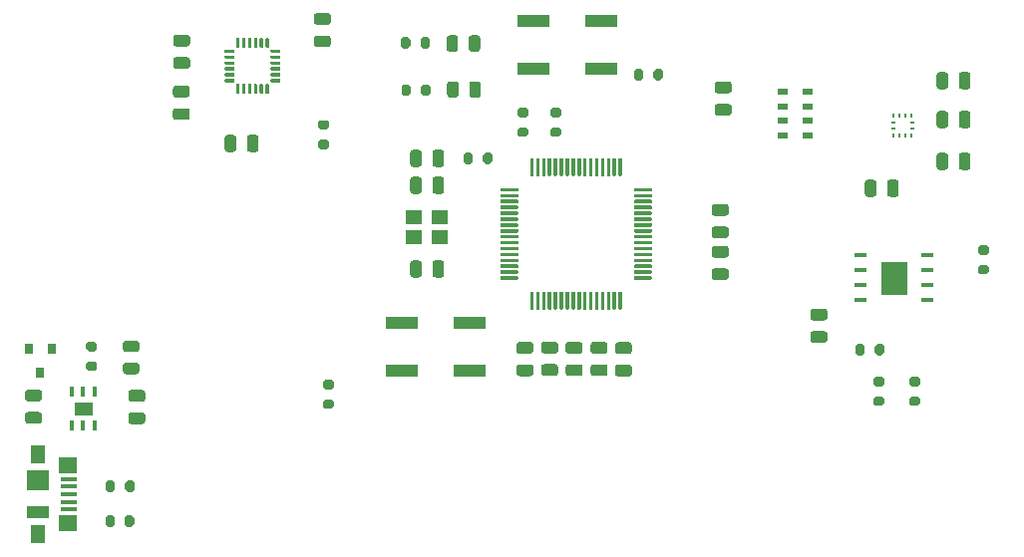
<source format=gbr>
%TF.GenerationSoftware,KiCad,Pcbnew,(5.1.9)-1*%
%TF.CreationDate,2021-03-21T01:20:58-03:00*%
%TF.ProjectId,harpiafc,68617270-6961-4666-932e-6b696361645f,rev?*%
%TF.SameCoordinates,Original*%
%TF.FileFunction,Paste,Top*%
%TF.FilePolarity,Positive*%
%FSLAX46Y46*%
G04 Gerber Fmt 4.6, Leading zero omitted, Abs format (unit mm)*
G04 Created by KiCad (PCBNEW (5.1.9)-1) date 2021-03-21 01:20:58*
%MOMM*%
%LPD*%
G01*
G04 APERTURE LIST*
%ADD10C,0.010000*%
%ADD11R,0.800000X0.900000*%
%ADD12R,1.380000X0.450000*%
%ADD13R,1.550000X1.425000*%
%ADD14R,1.300000X1.650000*%
%ADD15R,1.900000X1.800000*%
%ADD16R,1.900000X1.000000*%
%ADD17R,2.750000X1.000000*%
%ADD18R,0.400000X0.860000*%
%ADD19R,1.040000X0.440000*%
%ADD20R,0.950000X0.550000*%
%ADD21R,0.279400X0.304800*%
%ADD22R,0.304800X0.279400*%
%ADD23R,1.400000X1.200000*%
G04 APERTURE END LIST*
D10*
%TO.C,U1*%
G36*
X29230000Y-98460000D02*
G01*
X29230000Y-97440000D01*
X30730000Y-97440000D01*
X30730000Y-98460000D01*
X29230000Y-98460000D01*
G37*
X29230000Y-98460000D02*
X29230000Y-97440000D01*
X30730000Y-97440000D01*
X30730000Y-98460000D01*
X29230000Y-98460000D01*
%TO.C,U4*%
G36*
X97726000Y-85508000D02*
G01*
X99886000Y-85508000D01*
X99886000Y-88228000D01*
X97726000Y-88228000D01*
X97726000Y-85508000D01*
G37*
X97726000Y-85508000D02*
X99886000Y-85508000D01*
X99886000Y-88228000D01*
X97726000Y-88228000D01*
X97726000Y-85508000D01*
%TD*%
%TO.C,C1*%
G36*
G01*
X34055000Y-98290000D02*
X35005000Y-98290000D01*
G75*
G02*
X35255000Y-98540000I0J-250000D01*
G01*
X35255000Y-99040000D01*
G75*
G02*
X35005000Y-99290000I-250000J0D01*
G01*
X34055000Y-99290000D01*
G75*
G02*
X33805000Y-99040000I0J250000D01*
G01*
X33805000Y-98540000D01*
G75*
G02*
X34055000Y-98290000I250000J0D01*
G01*
G37*
G36*
G01*
X34055000Y-96390000D02*
X35005000Y-96390000D01*
G75*
G02*
X35255000Y-96640000I0J-250000D01*
G01*
X35255000Y-97140000D01*
G75*
G02*
X35005000Y-97390000I-250000J0D01*
G01*
X34055000Y-97390000D01*
G75*
G02*
X33805000Y-97140000I0J250000D01*
G01*
X33805000Y-96640000D01*
G75*
G02*
X34055000Y-96390000I250000J0D01*
G01*
G37*
%TD*%
%TO.C,C2*%
G36*
G01*
X25285000Y-96350000D02*
X26235000Y-96350000D01*
G75*
G02*
X26485000Y-96600000I0J-250000D01*
G01*
X26485000Y-97100000D01*
G75*
G02*
X26235000Y-97350000I-250000J0D01*
G01*
X25285000Y-97350000D01*
G75*
G02*
X25035000Y-97100000I0J250000D01*
G01*
X25035000Y-96600000D01*
G75*
G02*
X25285000Y-96350000I250000J0D01*
G01*
G37*
G36*
G01*
X25285000Y-98250000D02*
X26235000Y-98250000D01*
G75*
G02*
X26485000Y-98500000I0J-250000D01*
G01*
X26485000Y-99000000D01*
G75*
G02*
X26235000Y-99250000I-250000J0D01*
G01*
X25285000Y-99250000D01*
G75*
G02*
X25035000Y-99000000I0J250000D01*
G01*
X25035000Y-98500000D01*
G75*
G02*
X25285000Y-98250000I250000J0D01*
G01*
G37*
%TD*%
%TO.C,C3*%
G36*
G01*
X67965000Y-93312000D02*
X67015000Y-93312000D01*
G75*
G02*
X66765000Y-93062000I0J250000D01*
G01*
X66765000Y-92562000D01*
G75*
G02*
X67015000Y-92312000I250000J0D01*
G01*
X67965000Y-92312000D01*
G75*
G02*
X68215000Y-92562000I0J-250000D01*
G01*
X68215000Y-93062000D01*
G75*
G02*
X67965000Y-93312000I-250000J0D01*
G01*
G37*
G36*
G01*
X67965000Y-95212000D02*
X67015000Y-95212000D01*
G75*
G02*
X66765000Y-94962000I0J250000D01*
G01*
X66765000Y-94462000D01*
G75*
G02*
X67015000Y-94212000I250000J0D01*
G01*
X67965000Y-94212000D01*
G75*
G02*
X68215000Y-94462000I0J-250000D01*
G01*
X68215000Y-94962000D01*
G75*
G02*
X67965000Y-95212000I-250000J0D01*
G01*
G37*
%TD*%
%TO.C,C4*%
G36*
G01*
X70065000Y-95192000D02*
X69115000Y-95192000D01*
G75*
G02*
X68865000Y-94942000I0J250000D01*
G01*
X68865000Y-94442000D01*
G75*
G02*
X69115000Y-94192000I250000J0D01*
G01*
X70065000Y-94192000D01*
G75*
G02*
X70315000Y-94442000I0J-250000D01*
G01*
X70315000Y-94942000D01*
G75*
G02*
X70065000Y-95192000I-250000J0D01*
G01*
G37*
G36*
G01*
X70065000Y-93292000D02*
X69115000Y-93292000D01*
G75*
G02*
X68865000Y-93042000I0J250000D01*
G01*
X68865000Y-92542000D01*
G75*
G02*
X69115000Y-92292000I250000J0D01*
G01*
X70065000Y-92292000D01*
G75*
G02*
X70315000Y-92542000I0J-250000D01*
G01*
X70315000Y-93042000D01*
G75*
G02*
X70065000Y-93292000I-250000J0D01*
G01*
G37*
%TD*%
%TO.C,C5*%
G36*
G01*
X72145000Y-93302000D02*
X71195000Y-93302000D01*
G75*
G02*
X70945000Y-93052000I0J250000D01*
G01*
X70945000Y-92552000D01*
G75*
G02*
X71195000Y-92302000I250000J0D01*
G01*
X72145000Y-92302000D01*
G75*
G02*
X72395000Y-92552000I0J-250000D01*
G01*
X72395000Y-93052000D01*
G75*
G02*
X72145000Y-93302000I-250000J0D01*
G01*
G37*
G36*
G01*
X72145000Y-95202000D02*
X71195000Y-95202000D01*
G75*
G02*
X70945000Y-94952000I0J250000D01*
G01*
X70945000Y-94452000D01*
G75*
G02*
X71195000Y-94202000I250000J0D01*
G01*
X72145000Y-94202000D01*
G75*
G02*
X72395000Y-94452000I0J-250000D01*
G01*
X72395000Y-94952000D01*
G75*
G02*
X72145000Y-95202000I-250000J0D01*
G01*
G37*
%TD*%
%TO.C,C6*%
G36*
G01*
X74265000Y-95202000D02*
X73315000Y-95202000D01*
G75*
G02*
X73065000Y-94952000I0J250000D01*
G01*
X73065000Y-94452000D01*
G75*
G02*
X73315000Y-94202000I250000J0D01*
G01*
X74265000Y-94202000D01*
G75*
G02*
X74515000Y-94452000I0J-250000D01*
G01*
X74515000Y-94952000D01*
G75*
G02*
X74265000Y-95202000I-250000J0D01*
G01*
G37*
G36*
G01*
X74265000Y-93302000D02*
X73315000Y-93302000D01*
G75*
G02*
X73065000Y-93052000I0J250000D01*
G01*
X73065000Y-92552000D01*
G75*
G02*
X73315000Y-92302000I250000J0D01*
G01*
X74265000Y-92302000D01*
G75*
G02*
X74515000Y-92552000I0J-250000D01*
G01*
X74515000Y-93052000D01*
G75*
G02*
X74265000Y-93302000I-250000J0D01*
G01*
G37*
%TD*%
%TO.C,C7*%
G36*
G01*
X76335000Y-95232000D02*
X75385000Y-95232000D01*
G75*
G02*
X75135000Y-94982000I0J250000D01*
G01*
X75135000Y-94482000D01*
G75*
G02*
X75385000Y-94232000I250000J0D01*
G01*
X76335000Y-94232000D01*
G75*
G02*
X76585000Y-94482000I0J-250000D01*
G01*
X76585000Y-94982000D01*
G75*
G02*
X76335000Y-95232000I-250000J0D01*
G01*
G37*
G36*
G01*
X76335000Y-93332000D02*
X75385000Y-93332000D01*
G75*
G02*
X75135000Y-93082000I0J250000D01*
G01*
X75135000Y-92582000D01*
G75*
G02*
X75385000Y-92332000I250000J0D01*
G01*
X76335000Y-92332000D01*
G75*
G02*
X76585000Y-92582000I0J-250000D01*
G01*
X76585000Y-93082000D01*
G75*
G02*
X76335000Y-93332000I-250000J0D01*
G01*
G37*
%TD*%
%TO.C,C8*%
G36*
G01*
X60632000Y-78519000D02*
X60632000Y-79469000D01*
G75*
G02*
X60382000Y-79719000I-250000J0D01*
G01*
X59882000Y-79719000D01*
G75*
G02*
X59632000Y-79469000I0J250000D01*
G01*
X59632000Y-78519000D01*
G75*
G02*
X59882000Y-78269000I250000J0D01*
G01*
X60382000Y-78269000D01*
G75*
G02*
X60632000Y-78519000I0J-250000D01*
G01*
G37*
G36*
G01*
X58732000Y-78519000D02*
X58732000Y-79469000D01*
G75*
G02*
X58482000Y-79719000I-250000J0D01*
G01*
X57982000Y-79719000D01*
G75*
G02*
X57732000Y-79469000I0J250000D01*
G01*
X57732000Y-78519000D01*
G75*
G02*
X57982000Y-78269000I250000J0D01*
G01*
X58482000Y-78269000D01*
G75*
G02*
X58732000Y-78519000I0J-250000D01*
G01*
G37*
%TD*%
%TO.C,C9*%
G36*
G01*
X59632000Y-86581000D02*
X59632000Y-85631000D01*
G75*
G02*
X59882000Y-85381000I250000J0D01*
G01*
X60382000Y-85381000D01*
G75*
G02*
X60632000Y-85631000I0J-250000D01*
G01*
X60632000Y-86581000D01*
G75*
G02*
X60382000Y-86831000I-250000J0D01*
G01*
X59882000Y-86831000D01*
G75*
G02*
X59632000Y-86581000I0J250000D01*
G01*
G37*
G36*
G01*
X57732000Y-86581000D02*
X57732000Y-85631000D01*
G75*
G02*
X57982000Y-85381000I250000J0D01*
G01*
X58482000Y-85381000D01*
G75*
G02*
X58732000Y-85631000I0J-250000D01*
G01*
X58732000Y-86581000D01*
G75*
G02*
X58482000Y-86831000I-250000J0D01*
G01*
X57982000Y-86831000D01*
G75*
G02*
X57732000Y-86581000I0J250000D01*
G01*
G37*
%TD*%
%TO.C,C10*%
G36*
G01*
X38815000Y-69098000D02*
X37865000Y-69098000D01*
G75*
G02*
X37615000Y-68848000I0J250000D01*
G01*
X37615000Y-68348000D01*
G75*
G02*
X37865000Y-68098000I250000J0D01*
G01*
X38815000Y-68098000D01*
G75*
G02*
X39065000Y-68348000I0J-250000D01*
G01*
X39065000Y-68848000D01*
G75*
G02*
X38815000Y-69098000I-250000J0D01*
G01*
G37*
G36*
G01*
X38815000Y-67198000D02*
X37865000Y-67198000D01*
G75*
G02*
X37615000Y-66948000I0J250000D01*
G01*
X37615000Y-66448000D01*
G75*
G02*
X37865000Y-66198000I250000J0D01*
G01*
X38815000Y-66198000D01*
G75*
G02*
X39065000Y-66448000I0J-250000D01*
G01*
X39065000Y-66948000D01*
G75*
G02*
X38815000Y-67198000I-250000J0D01*
G01*
G37*
%TD*%
%TO.C,C11*%
G36*
G01*
X38795000Y-71538000D02*
X37845000Y-71538000D01*
G75*
G02*
X37595000Y-71288000I0J250000D01*
G01*
X37595000Y-70788000D01*
G75*
G02*
X37845000Y-70538000I250000J0D01*
G01*
X38795000Y-70538000D01*
G75*
G02*
X39045000Y-70788000I0J-250000D01*
G01*
X39045000Y-71288000D01*
G75*
G02*
X38795000Y-71538000I-250000J0D01*
G01*
G37*
G36*
G01*
X38795000Y-73438000D02*
X37845000Y-73438000D01*
G75*
G02*
X37595000Y-73188000I0J250000D01*
G01*
X37595000Y-72688000D01*
G75*
G02*
X37845000Y-72438000I250000J0D01*
G01*
X38795000Y-72438000D01*
G75*
G02*
X39045000Y-72688000I0J-250000D01*
G01*
X39045000Y-73188000D01*
G75*
G02*
X38795000Y-73438000I-250000J0D01*
G01*
G37*
%TD*%
%TO.C,C12*%
G36*
G01*
X43884000Y-75913000D02*
X43884000Y-74963000D01*
G75*
G02*
X44134000Y-74713000I250000J0D01*
G01*
X44634000Y-74713000D01*
G75*
G02*
X44884000Y-74963000I0J-250000D01*
G01*
X44884000Y-75913000D01*
G75*
G02*
X44634000Y-76163000I-250000J0D01*
G01*
X44134000Y-76163000D01*
G75*
G02*
X43884000Y-75913000I0J250000D01*
G01*
G37*
G36*
G01*
X41984000Y-75913000D02*
X41984000Y-74963000D01*
G75*
G02*
X42234000Y-74713000I250000J0D01*
G01*
X42734000Y-74713000D01*
G75*
G02*
X42984000Y-74963000I0J-250000D01*
G01*
X42984000Y-75913000D01*
G75*
G02*
X42734000Y-76163000I-250000J0D01*
G01*
X42234000Y-76163000D01*
G75*
G02*
X41984000Y-75913000I0J250000D01*
G01*
G37*
%TD*%
%TO.C,C13*%
G36*
G01*
X49815000Y-66258000D02*
X50765000Y-66258000D01*
G75*
G02*
X51015000Y-66508000I0J-250000D01*
G01*
X51015000Y-67008000D01*
G75*
G02*
X50765000Y-67258000I-250000J0D01*
G01*
X49815000Y-67258000D01*
G75*
G02*
X49565000Y-67008000I0J250000D01*
G01*
X49565000Y-66508000D01*
G75*
G02*
X49815000Y-66258000I250000J0D01*
G01*
G37*
G36*
G01*
X49815000Y-64358000D02*
X50765000Y-64358000D01*
G75*
G02*
X51015000Y-64608000I0J-250000D01*
G01*
X51015000Y-65108000D01*
G75*
G02*
X50765000Y-65358000I-250000J0D01*
G01*
X49815000Y-65358000D01*
G75*
G02*
X49565000Y-65108000I0J250000D01*
G01*
X49565000Y-64608000D01*
G75*
G02*
X49815000Y-64358000I250000J0D01*
G01*
G37*
%TD*%
%TO.C,C16*%
G36*
G01*
X92931000Y-92382000D02*
X91981000Y-92382000D01*
G75*
G02*
X91731000Y-92132000I0J250000D01*
G01*
X91731000Y-91632000D01*
G75*
G02*
X91981000Y-91382000I250000J0D01*
G01*
X92931000Y-91382000D01*
G75*
G02*
X93181000Y-91632000I0J-250000D01*
G01*
X93181000Y-92132000D01*
G75*
G02*
X92931000Y-92382000I-250000J0D01*
G01*
G37*
G36*
G01*
X92931000Y-90482000D02*
X91981000Y-90482000D01*
G75*
G02*
X91731000Y-90232000I0J250000D01*
G01*
X91731000Y-89732000D01*
G75*
G02*
X91981000Y-89482000I250000J0D01*
G01*
X92931000Y-89482000D01*
G75*
G02*
X93181000Y-89732000I0J-250000D01*
G01*
X93181000Y-90232000D01*
G75*
G02*
X92931000Y-90482000I-250000J0D01*
G01*
G37*
%TD*%
%TO.C,C19*%
G36*
G01*
X83853000Y-70178000D02*
X84803000Y-70178000D01*
G75*
G02*
X85053000Y-70428000I0J-250000D01*
G01*
X85053000Y-70928000D01*
G75*
G02*
X84803000Y-71178000I-250000J0D01*
G01*
X83853000Y-71178000D01*
G75*
G02*
X83603000Y-70928000I0J250000D01*
G01*
X83603000Y-70428000D01*
G75*
G02*
X83853000Y-70178000I250000J0D01*
G01*
G37*
G36*
G01*
X83853000Y-72078000D02*
X84803000Y-72078000D01*
G75*
G02*
X85053000Y-72328000I0J-250000D01*
G01*
X85053000Y-72828000D01*
G75*
G02*
X84803000Y-73078000I-250000J0D01*
G01*
X83853000Y-73078000D01*
G75*
G02*
X83603000Y-72828000I0J250000D01*
G01*
X83603000Y-72328000D01*
G75*
G02*
X83853000Y-72078000I250000J0D01*
G01*
G37*
%TD*%
%TO.C,C20*%
G36*
G01*
X60632000Y-76233000D02*
X60632000Y-77183000D01*
G75*
G02*
X60382000Y-77433000I-250000J0D01*
G01*
X59882000Y-77433000D01*
G75*
G02*
X59632000Y-77183000I0J250000D01*
G01*
X59632000Y-76233000D01*
G75*
G02*
X59882000Y-75983000I250000J0D01*
G01*
X60382000Y-75983000D01*
G75*
G02*
X60632000Y-76233000I0J-250000D01*
G01*
G37*
G36*
G01*
X58732000Y-76233000D02*
X58732000Y-77183000D01*
G75*
G02*
X58482000Y-77433000I-250000J0D01*
G01*
X57982000Y-77433000D01*
G75*
G02*
X57732000Y-77183000I0J250000D01*
G01*
X57732000Y-76233000D01*
G75*
G02*
X57982000Y-75983000I250000J0D01*
G01*
X58482000Y-75983000D01*
G75*
G02*
X58732000Y-76233000I0J-250000D01*
G01*
G37*
%TD*%
%TO.C,C21*%
G36*
G01*
X84549000Y-85148000D02*
X83599000Y-85148000D01*
G75*
G02*
X83349000Y-84898000I0J250000D01*
G01*
X83349000Y-84398000D01*
G75*
G02*
X83599000Y-84148000I250000J0D01*
G01*
X84549000Y-84148000D01*
G75*
G02*
X84799000Y-84398000I0J-250000D01*
G01*
X84799000Y-84898000D01*
G75*
G02*
X84549000Y-85148000I-250000J0D01*
G01*
G37*
G36*
G01*
X84549000Y-87048000D02*
X83599000Y-87048000D01*
G75*
G02*
X83349000Y-86798000I0J250000D01*
G01*
X83349000Y-86298000D01*
G75*
G02*
X83599000Y-86048000I250000J0D01*
G01*
X84549000Y-86048000D01*
G75*
G02*
X84799000Y-86298000I0J-250000D01*
G01*
X84799000Y-86798000D01*
G75*
G02*
X84549000Y-87048000I-250000J0D01*
G01*
G37*
%TD*%
%TO.C,C22*%
G36*
G01*
X84549000Y-83492000D02*
X83599000Y-83492000D01*
G75*
G02*
X83349000Y-83242000I0J250000D01*
G01*
X83349000Y-82742000D01*
G75*
G02*
X83599000Y-82492000I250000J0D01*
G01*
X84549000Y-82492000D01*
G75*
G02*
X84799000Y-82742000I0J-250000D01*
G01*
X84799000Y-83242000D01*
G75*
G02*
X84549000Y-83492000I-250000J0D01*
G01*
G37*
G36*
G01*
X84549000Y-81592000D02*
X83599000Y-81592000D01*
G75*
G02*
X83349000Y-81342000I0J250000D01*
G01*
X83349000Y-80842000D01*
G75*
G02*
X83599000Y-80592000I250000J0D01*
G01*
X84549000Y-80592000D01*
G75*
G02*
X84799000Y-80842000I0J-250000D01*
G01*
X84799000Y-81342000D01*
G75*
G02*
X84549000Y-81592000I-250000J0D01*
G01*
G37*
%TD*%
%TO.C,C23*%
G36*
G01*
X98240000Y-79723000D02*
X98240000Y-78773000D01*
G75*
G02*
X98490000Y-78523000I250000J0D01*
G01*
X98990000Y-78523000D01*
G75*
G02*
X99240000Y-78773000I0J-250000D01*
G01*
X99240000Y-79723000D01*
G75*
G02*
X98990000Y-79973000I-250000J0D01*
G01*
X98490000Y-79973000D01*
G75*
G02*
X98240000Y-79723000I0J250000D01*
G01*
G37*
G36*
G01*
X96340000Y-79723000D02*
X96340000Y-78773000D01*
G75*
G02*
X96590000Y-78523000I250000J0D01*
G01*
X97090000Y-78523000D01*
G75*
G02*
X97340000Y-78773000I0J-250000D01*
G01*
X97340000Y-79723000D01*
G75*
G02*
X97090000Y-79973000I-250000J0D01*
G01*
X96590000Y-79973000D01*
G75*
G02*
X96340000Y-79723000I0J250000D01*
G01*
G37*
%TD*%
%TO.C,C24*%
G36*
G01*
X102436000Y-73881000D02*
X102436000Y-72931000D01*
G75*
G02*
X102686000Y-72681000I250000J0D01*
G01*
X103186000Y-72681000D01*
G75*
G02*
X103436000Y-72931000I0J-250000D01*
G01*
X103436000Y-73881000D01*
G75*
G02*
X103186000Y-74131000I-250000J0D01*
G01*
X102686000Y-74131000D01*
G75*
G02*
X102436000Y-73881000I0J250000D01*
G01*
G37*
G36*
G01*
X104336000Y-73881000D02*
X104336000Y-72931000D01*
G75*
G02*
X104586000Y-72681000I250000J0D01*
G01*
X105086000Y-72681000D01*
G75*
G02*
X105336000Y-72931000I0J-250000D01*
G01*
X105336000Y-73881000D01*
G75*
G02*
X105086000Y-74131000I-250000J0D01*
G01*
X104586000Y-74131000D01*
G75*
G02*
X104336000Y-73881000I0J250000D01*
G01*
G37*
%TD*%
%TO.C,C25*%
G36*
G01*
X104336000Y-77437000D02*
X104336000Y-76487000D01*
G75*
G02*
X104586000Y-76237000I250000J0D01*
G01*
X105086000Y-76237000D01*
G75*
G02*
X105336000Y-76487000I0J-250000D01*
G01*
X105336000Y-77437000D01*
G75*
G02*
X105086000Y-77687000I-250000J0D01*
G01*
X104586000Y-77687000D01*
G75*
G02*
X104336000Y-77437000I0J250000D01*
G01*
G37*
G36*
G01*
X102436000Y-77437000D02*
X102436000Y-76487000D01*
G75*
G02*
X102686000Y-76237000I250000J0D01*
G01*
X103186000Y-76237000D01*
G75*
G02*
X103436000Y-76487000I0J-250000D01*
G01*
X103436000Y-77437000D01*
G75*
G02*
X103186000Y-77687000I-250000J0D01*
G01*
X102686000Y-77687000D01*
G75*
G02*
X102436000Y-77437000I0J250000D01*
G01*
G37*
%TD*%
%TO.C,C26*%
G36*
G01*
X104336000Y-70579000D02*
X104336000Y-69629000D01*
G75*
G02*
X104586000Y-69379000I250000J0D01*
G01*
X105086000Y-69379000D01*
G75*
G02*
X105336000Y-69629000I0J-250000D01*
G01*
X105336000Y-70579000D01*
G75*
G02*
X105086000Y-70829000I-250000J0D01*
G01*
X104586000Y-70829000D01*
G75*
G02*
X104336000Y-70579000I0J250000D01*
G01*
G37*
G36*
G01*
X102436000Y-70579000D02*
X102436000Y-69629000D01*
G75*
G02*
X102686000Y-69379000I250000J0D01*
G01*
X103186000Y-69379000D01*
G75*
G02*
X103436000Y-69629000I0J-250000D01*
G01*
X103436000Y-70579000D01*
G75*
G02*
X103186000Y-70829000I-250000J0D01*
G01*
X102686000Y-70829000D01*
G75*
G02*
X102436000Y-70579000I0J250000D01*
G01*
G37*
%TD*%
%TO.C,D1*%
G36*
G01*
X33593750Y-92195000D02*
X34506250Y-92195000D01*
G75*
G02*
X34750000Y-92438750I0J-243750D01*
G01*
X34750000Y-92926250D01*
G75*
G02*
X34506250Y-93170000I-243750J0D01*
G01*
X33593750Y-93170000D01*
G75*
G02*
X33350000Y-92926250I0J243750D01*
G01*
X33350000Y-92438750D01*
G75*
G02*
X33593750Y-92195000I243750J0D01*
G01*
G37*
G36*
G01*
X33593750Y-94070000D02*
X34506250Y-94070000D01*
G75*
G02*
X34750000Y-94313750I0J-243750D01*
G01*
X34750000Y-94801250D01*
G75*
G02*
X34506250Y-95045000I-243750J0D01*
G01*
X33593750Y-95045000D01*
G75*
G02*
X33350000Y-94801250I0J243750D01*
G01*
X33350000Y-94313750D01*
G75*
G02*
X33593750Y-94070000I243750J0D01*
G01*
G37*
%TD*%
D11*
%TO.C,D2*%
X27290000Y-92920000D03*
X25390000Y-92920000D03*
X26340000Y-94920000D03*
%TD*%
%TO.C,D3*%
G36*
G01*
X62718000Y-67408250D02*
X62718000Y-66495750D01*
G75*
G02*
X62961750Y-66252000I243750J0D01*
G01*
X63449250Y-66252000D01*
G75*
G02*
X63693000Y-66495750I0J-243750D01*
G01*
X63693000Y-67408250D01*
G75*
G02*
X63449250Y-67652000I-243750J0D01*
G01*
X62961750Y-67652000D01*
G75*
G02*
X62718000Y-67408250I0J243750D01*
G01*
G37*
G36*
G01*
X60843000Y-67408250D02*
X60843000Y-66495750D01*
G75*
G02*
X61086750Y-66252000I243750J0D01*
G01*
X61574250Y-66252000D01*
G75*
G02*
X61818000Y-66495750I0J-243750D01*
G01*
X61818000Y-67408250D01*
G75*
G02*
X61574250Y-67652000I-243750J0D01*
G01*
X61086750Y-67652000D01*
G75*
G02*
X60843000Y-67408250I0J243750D01*
G01*
G37*
%TD*%
%TO.C,D4*%
G36*
G01*
X63733000Y-70395750D02*
X63733000Y-71308250D01*
G75*
G02*
X63489250Y-71552000I-243750J0D01*
G01*
X63001750Y-71552000D01*
G75*
G02*
X62758000Y-71308250I0J243750D01*
G01*
X62758000Y-70395750D01*
G75*
G02*
X63001750Y-70152000I243750J0D01*
G01*
X63489250Y-70152000D01*
G75*
G02*
X63733000Y-70395750I0J-243750D01*
G01*
G37*
G36*
G01*
X61858000Y-70395750D02*
X61858000Y-71308250D01*
G75*
G02*
X61614250Y-71552000I-243750J0D01*
G01*
X61126750Y-71552000D01*
G75*
G02*
X60883000Y-71308250I0J243750D01*
G01*
X60883000Y-70395750D01*
G75*
G02*
X61126750Y-70152000I243750J0D01*
G01*
X61614250Y-70152000D01*
G75*
G02*
X61858000Y-70395750I0J-243750D01*
G01*
G37*
%TD*%
D12*
%TO.C,J5*%
X28770000Y-103950000D03*
X28770000Y-104600000D03*
X28770000Y-105250000D03*
X28770000Y-105900000D03*
X28770000Y-106550000D03*
D13*
X28685000Y-102762500D03*
X28685000Y-107737500D03*
D14*
X26110000Y-101875000D03*
X26110000Y-108625000D03*
D15*
X26110000Y-104100000D03*
D16*
X26110000Y-106800000D03*
%TD*%
%TO.C,R1*%
G36*
G01*
X30415000Y-92295000D02*
X30965000Y-92295000D01*
G75*
G02*
X31165000Y-92495000I0J-200000D01*
G01*
X31165000Y-92895000D01*
G75*
G02*
X30965000Y-93095000I-200000J0D01*
G01*
X30415000Y-93095000D01*
G75*
G02*
X30215000Y-92895000I0J200000D01*
G01*
X30215000Y-92495000D01*
G75*
G02*
X30415000Y-92295000I200000J0D01*
G01*
G37*
G36*
G01*
X30415000Y-93945000D02*
X30965000Y-93945000D01*
G75*
G02*
X31165000Y-94145000I0J-200000D01*
G01*
X31165000Y-94545000D01*
G75*
G02*
X30965000Y-94745000I-200000J0D01*
G01*
X30415000Y-94745000D01*
G75*
G02*
X30215000Y-94545000I0J200000D01*
G01*
X30215000Y-94145000D01*
G75*
G02*
X30415000Y-93945000I200000J0D01*
G01*
G37*
%TD*%
%TO.C,R2*%
G36*
G01*
X69829000Y-72435000D02*
X70379000Y-72435000D01*
G75*
G02*
X70579000Y-72635000I0J-200000D01*
G01*
X70579000Y-73035000D01*
G75*
G02*
X70379000Y-73235000I-200000J0D01*
G01*
X69829000Y-73235000D01*
G75*
G02*
X69629000Y-73035000I0J200000D01*
G01*
X69629000Y-72635000D01*
G75*
G02*
X69829000Y-72435000I200000J0D01*
G01*
G37*
G36*
G01*
X69829000Y-74085000D02*
X70379000Y-74085000D01*
G75*
G02*
X70579000Y-74285000I0J-200000D01*
G01*
X70579000Y-74685000D01*
G75*
G02*
X70379000Y-74885000I-200000J0D01*
G01*
X69829000Y-74885000D01*
G75*
G02*
X69629000Y-74685000I0J200000D01*
G01*
X69629000Y-74285000D01*
G75*
G02*
X69829000Y-74085000I200000J0D01*
G01*
G37*
%TD*%
%TO.C,R3*%
G36*
G01*
X67035000Y-74085000D02*
X67585000Y-74085000D01*
G75*
G02*
X67785000Y-74285000I0J-200000D01*
G01*
X67785000Y-74685000D01*
G75*
G02*
X67585000Y-74885000I-200000J0D01*
G01*
X67035000Y-74885000D01*
G75*
G02*
X66835000Y-74685000I0J200000D01*
G01*
X66835000Y-74285000D01*
G75*
G02*
X67035000Y-74085000I200000J0D01*
G01*
G37*
G36*
G01*
X67035000Y-72435000D02*
X67585000Y-72435000D01*
G75*
G02*
X67785000Y-72635000I0J-200000D01*
G01*
X67785000Y-73035000D01*
G75*
G02*
X67585000Y-73235000I-200000J0D01*
G01*
X67035000Y-73235000D01*
G75*
G02*
X66835000Y-73035000I0J200000D01*
G01*
X66835000Y-72635000D01*
G75*
G02*
X67035000Y-72435000I200000J0D01*
G01*
G37*
%TD*%
%TO.C,R4*%
G36*
G01*
X50125000Y-73463000D02*
X50675000Y-73463000D01*
G75*
G02*
X50875000Y-73663000I0J-200000D01*
G01*
X50875000Y-74063000D01*
G75*
G02*
X50675000Y-74263000I-200000J0D01*
G01*
X50125000Y-74263000D01*
G75*
G02*
X49925000Y-74063000I0J200000D01*
G01*
X49925000Y-73663000D01*
G75*
G02*
X50125000Y-73463000I200000J0D01*
G01*
G37*
G36*
G01*
X50125000Y-75113000D02*
X50675000Y-75113000D01*
G75*
G02*
X50875000Y-75313000I0J-200000D01*
G01*
X50875000Y-75713000D01*
G75*
G02*
X50675000Y-75913000I-200000J0D01*
G01*
X50125000Y-75913000D01*
G75*
G02*
X49925000Y-75713000I0J200000D01*
G01*
X49925000Y-75313000D01*
G75*
G02*
X50125000Y-75113000I200000J0D01*
G01*
G37*
%TD*%
%TO.C,R5*%
G36*
G01*
X77553000Y-69321000D02*
X77553000Y-69871000D01*
G75*
G02*
X77353000Y-70071000I-200000J0D01*
G01*
X76953000Y-70071000D01*
G75*
G02*
X76753000Y-69871000I0J200000D01*
G01*
X76753000Y-69321000D01*
G75*
G02*
X76953000Y-69121000I200000J0D01*
G01*
X77353000Y-69121000D01*
G75*
G02*
X77553000Y-69321000I0J-200000D01*
G01*
G37*
G36*
G01*
X79203000Y-69321000D02*
X79203000Y-69871000D01*
G75*
G02*
X79003000Y-70071000I-200000J0D01*
G01*
X78603000Y-70071000D01*
G75*
G02*
X78403000Y-69871000I0J200000D01*
G01*
X78403000Y-69321000D01*
G75*
G02*
X78603000Y-69121000I200000J0D01*
G01*
X79003000Y-69121000D01*
G75*
G02*
X79203000Y-69321000I0J-200000D01*
G01*
G37*
%TD*%
%TO.C,R6*%
G36*
G01*
X33515000Y-107805000D02*
X33515000Y-107255000D01*
G75*
G02*
X33715000Y-107055000I200000J0D01*
G01*
X34115000Y-107055000D01*
G75*
G02*
X34315000Y-107255000I0J-200000D01*
G01*
X34315000Y-107805000D01*
G75*
G02*
X34115000Y-108005000I-200000J0D01*
G01*
X33715000Y-108005000D01*
G75*
G02*
X33515000Y-107805000I0J200000D01*
G01*
G37*
G36*
G01*
X31865000Y-107805000D02*
X31865000Y-107255000D01*
G75*
G02*
X32065000Y-107055000I200000J0D01*
G01*
X32465000Y-107055000D01*
G75*
G02*
X32665000Y-107255000I0J-200000D01*
G01*
X32665000Y-107805000D01*
G75*
G02*
X32465000Y-108005000I-200000J0D01*
G01*
X32065000Y-108005000D01*
G75*
G02*
X31865000Y-107805000I0J200000D01*
G01*
G37*
%TD*%
%TO.C,R7*%
G36*
G01*
X31885000Y-104845000D02*
X31885000Y-104295000D01*
G75*
G02*
X32085000Y-104095000I200000J0D01*
G01*
X32485000Y-104095000D01*
G75*
G02*
X32685000Y-104295000I0J-200000D01*
G01*
X32685000Y-104845000D01*
G75*
G02*
X32485000Y-105045000I-200000J0D01*
G01*
X32085000Y-105045000D01*
G75*
G02*
X31885000Y-104845000I0J200000D01*
G01*
G37*
G36*
G01*
X33535000Y-104845000D02*
X33535000Y-104295000D01*
G75*
G02*
X33735000Y-104095000I200000J0D01*
G01*
X34135000Y-104095000D01*
G75*
G02*
X34335000Y-104295000I0J-200000D01*
G01*
X34335000Y-104845000D01*
G75*
G02*
X34135000Y-105045000I-200000J0D01*
G01*
X33735000Y-105045000D01*
G75*
G02*
X33535000Y-104845000I0J200000D01*
G01*
G37*
%TD*%
%TO.C,R8*%
G36*
G01*
X106701000Y-86569000D02*
X106151000Y-86569000D01*
G75*
G02*
X105951000Y-86369000I0J200000D01*
G01*
X105951000Y-85969000D01*
G75*
G02*
X106151000Y-85769000I200000J0D01*
G01*
X106701000Y-85769000D01*
G75*
G02*
X106901000Y-85969000I0J-200000D01*
G01*
X106901000Y-86369000D01*
G75*
G02*
X106701000Y-86569000I-200000J0D01*
G01*
G37*
G36*
G01*
X106701000Y-84919000D02*
X106151000Y-84919000D01*
G75*
G02*
X105951000Y-84719000I0J200000D01*
G01*
X105951000Y-84319000D01*
G75*
G02*
X106151000Y-84119000I200000J0D01*
G01*
X106701000Y-84119000D01*
G75*
G02*
X106901000Y-84319000I0J-200000D01*
G01*
X106901000Y-84719000D01*
G75*
G02*
X106701000Y-84919000I-200000J0D01*
G01*
G37*
%TD*%
%TO.C,R9*%
G36*
G01*
X96349000Y-92689000D02*
X96349000Y-93239000D01*
G75*
G02*
X96149000Y-93439000I-200000J0D01*
G01*
X95749000Y-93439000D01*
G75*
G02*
X95549000Y-93239000I0J200000D01*
G01*
X95549000Y-92689000D01*
G75*
G02*
X95749000Y-92489000I200000J0D01*
G01*
X96149000Y-92489000D01*
G75*
G02*
X96349000Y-92689000I0J-200000D01*
G01*
G37*
G36*
G01*
X97999000Y-92689000D02*
X97999000Y-93239000D01*
G75*
G02*
X97799000Y-93439000I-200000J0D01*
G01*
X97399000Y-93439000D01*
G75*
G02*
X97199000Y-93239000I0J200000D01*
G01*
X97199000Y-92689000D01*
G75*
G02*
X97399000Y-92489000I200000J0D01*
G01*
X97799000Y-92489000D01*
G75*
G02*
X97999000Y-92689000I0J-200000D01*
G01*
G37*
%TD*%
%TO.C,R10*%
G36*
G01*
X62275000Y-76983000D02*
X62275000Y-76433000D01*
G75*
G02*
X62475000Y-76233000I200000J0D01*
G01*
X62875000Y-76233000D01*
G75*
G02*
X63075000Y-76433000I0J-200000D01*
G01*
X63075000Y-76983000D01*
G75*
G02*
X62875000Y-77183000I-200000J0D01*
G01*
X62475000Y-77183000D01*
G75*
G02*
X62275000Y-76983000I0J200000D01*
G01*
G37*
G36*
G01*
X63925000Y-76983000D02*
X63925000Y-76433000D01*
G75*
G02*
X64125000Y-76233000I200000J0D01*
G01*
X64525000Y-76233000D01*
G75*
G02*
X64725000Y-76433000I0J-200000D01*
G01*
X64725000Y-76983000D01*
G75*
G02*
X64525000Y-77183000I-200000J0D01*
G01*
X64125000Y-77183000D01*
G75*
G02*
X63925000Y-76983000I0J200000D01*
G01*
G37*
%TD*%
%TO.C,R11*%
G36*
G01*
X97811000Y-96095000D02*
X97261000Y-96095000D01*
G75*
G02*
X97061000Y-95895000I0J200000D01*
G01*
X97061000Y-95495000D01*
G75*
G02*
X97261000Y-95295000I200000J0D01*
G01*
X97811000Y-95295000D01*
G75*
G02*
X98011000Y-95495000I0J-200000D01*
G01*
X98011000Y-95895000D01*
G75*
G02*
X97811000Y-96095000I-200000J0D01*
G01*
G37*
G36*
G01*
X97811000Y-97745000D02*
X97261000Y-97745000D01*
G75*
G02*
X97061000Y-97545000I0J200000D01*
G01*
X97061000Y-97145000D01*
G75*
G02*
X97261000Y-96945000I200000J0D01*
G01*
X97811000Y-96945000D01*
G75*
G02*
X98011000Y-97145000I0J-200000D01*
G01*
X98011000Y-97545000D01*
G75*
G02*
X97811000Y-97745000I-200000J0D01*
G01*
G37*
%TD*%
%TO.C,R12*%
G36*
G01*
X100859000Y-97745000D02*
X100309000Y-97745000D01*
G75*
G02*
X100109000Y-97545000I0J200000D01*
G01*
X100109000Y-97145000D01*
G75*
G02*
X100309000Y-96945000I200000J0D01*
G01*
X100859000Y-96945000D01*
G75*
G02*
X101059000Y-97145000I0J-200000D01*
G01*
X101059000Y-97545000D01*
G75*
G02*
X100859000Y-97745000I-200000J0D01*
G01*
G37*
G36*
G01*
X100859000Y-96095000D02*
X100309000Y-96095000D01*
G75*
G02*
X100109000Y-95895000I0J200000D01*
G01*
X100109000Y-95495000D01*
G75*
G02*
X100309000Y-95295000I200000J0D01*
G01*
X100859000Y-95295000D01*
G75*
G02*
X101059000Y-95495000I0J-200000D01*
G01*
X101059000Y-95895000D01*
G75*
G02*
X100859000Y-96095000I-200000J0D01*
G01*
G37*
%TD*%
%TO.C,R13*%
G36*
G01*
X58613000Y-67157000D02*
X58613000Y-66607000D01*
G75*
G02*
X58813000Y-66407000I200000J0D01*
G01*
X59213000Y-66407000D01*
G75*
G02*
X59413000Y-66607000I0J-200000D01*
G01*
X59413000Y-67157000D01*
G75*
G02*
X59213000Y-67357000I-200000J0D01*
G01*
X58813000Y-67357000D01*
G75*
G02*
X58613000Y-67157000I0J200000D01*
G01*
G37*
G36*
G01*
X56963000Y-67157000D02*
X56963000Y-66607000D01*
G75*
G02*
X57163000Y-66407000I200000J0D01*
G01*
X57563000Y-66407000D01*
G75*
G02*
X57763000Y-66607000I0J-200000D01*
G01*
X57763000Y-67157000D01*
G75*
G02*
X57563000Y-67357000I-200000J0D01*
G01*
X57163000Y-67357000D01*
G75*
G02*
X56963000Y-67157000I0J200000D01*
G01*
G37*
%TD*%
%TO.C,R14*%
G36*
G01*
X58658000Y-71177000D02*
X58658000Y-70627000D01*
G75*
G02*
X58858000Y-70427000I200000J0D01*
G01*
X59258000Y-70427000D01*
G75*
G02*
X59458000Y-70627000I0J-200000D01*
G01*
X59458000Y-71177000D01*
G75*
G02*
X59258000Y-71377000I-200000J0D01*
G01*
X58858000Y-71377000D01*
G75*
G02*
X58658000Y-71177000I0J200000D01*
G01*
G37*
G36*
G01*
X57008000Y-71177000D02*
X57008000Y-70627000D01*
G75*
G02*
X57208000Y-70427000I200000J0D01*
G01*
X57608000Y-70427000D01*
G75*
G02*
X57808000Y-70627000I0J-200000D01*
G01*
X57808000Y-71177000D01*
G75*
G02*
X57608000Y-71377000I-200000J0D01*
G01*
X57208000Y-71377000D01*
G75*
G02*
X57008000Y-71177000I0J200000D01*
G01*
G37*
%TD*%
%TO.C,R15*%
G36*
G01*
X51075000Y-97999000D02*
X50525000Y-97999000D01*
G75*
G02*
X50325000Y-97799000I0J200000D01*
G01*
X50325000Y-97399000D01*
G75*
G02*
X50525000Y-97199000I200000J0D01*
G01*
X51075000Y-97199000D01*
G75*
G02*
X51275000Y-97399000I0J-200000D01*
G01*
X51275000Y-97799000D01*
G75*
G02*
X51075000Y-97999000I-200000J0D01*
G01*
G37*
G36*
G01*
X51075000Y-96349000D02*
X50525000Y-96349000D01*
G75*
G02*
X50325000Y-96149000I0J200000D01*
G01*
X50325000Y-95749000D01*
G75*
G02*
X50525000Y-95549000I200000J0D01*
G01*
X51075000Y-95549000D01*
G75*
G02*
X51275000Y-95749000I0J-200000D01*
G01*
X51275000Y-96149000D01*
G75*
G02*
X51075000Y-96349000I-200000J0D01*
G01*
G37*
%TD*%
D17*
%TO.C,SW1*%
X68240000Y-69056000D03*
X74000000Y-69056000D03*
X74000000Y-65056000D03*
X68240000Y-65056000D03*
%TD*%
%TO.C,SW2*%
X62824000Y-94710000D03*
X57064000Y-94710000D03*
X57064000Y-90710000D03*
X62824000Y-90710000D03*
%TD*%
D18*
%TO.C,U1*%
X29030000Y-99385000D03*
X29980000Y-99385000D03*
X30930000Y-99385000D03*
X30930000Y-96515000D03*
X29980000Y-96515000D03*
X29030000Y-96515000D03*
%TD*%
%TO.C,U2*%
G36*
G01*
X65390000Y-79447000D02*
X65390000Y-79297000D01*
G75*
G02*
X65465000Y-79222000I75000J0D01*
G01*
X66865000Y-79222000D01*
G75*
G02*
X66940000Y-79297000I0J-75000D01*
G01*
X66940000Y-79447000D01*
G75*
G02*
X66865000Y-79522000I-75000J0D01*
G01*
X65465000Y-79522000D01*
G75*
G02*
X65390000Y-79447000I0J75000D01*
G01*
G37*
G36*
G01*
X65390000Y-79947000D02*
X65390000Y-79797000D01*
G75*
G02*
X65465000Y-79722000I75000J0D01*
G01*
X66865000Y-79722000D01*
G75*
G02*
X66940000Y-79797000I0J-75000D01*
G01*
X66940000Y-79947000D01*
G75*
G02*
X66865000Y-80022000I-75000J0D01*
G01*
X65465000Y-80022000D01*
G75*
G02*
X65390000Y-79947000I0J75000D01*
G01*
G37*
G36*
G01*
X65390000Y-80447000D02*
X65390000Y-80297000D01*
G75*
G02*
X65465000Y-80222000I75000J0D01*
G01*
X66865000Y-80222000D01*
G75*
G02*
X66940000Y-80297000I0J-75000D01*
G01*
X66940000Y-80447000D01*
G75*
G02*
X66865000Y-80522000I-75000J0D01*
G01*
X65465000Y-80522000D01*
G75*
G02*
X65390000Y-80447000I0J75000D01*
G01*
G37*
G36*
G01*
X65390000Y-80947000D02*
X65390000Y-80797000D01*
G75*
G02*
X65465000Y-80722000I75000J0D01*
G01*
X66865000Y-80722000D01*
G75*
G02*
X66940000Y-80797000I0J-75000D01*
G01*
X66940000Y-80947000D01*
G75*
G02*
X66865000Y-81022000I-75000J0D01*
G01*
X65465000Y-81022000D01*
G75*
G02*
X65390000Y-80947000I0J75000D01*
G01*
G37*
G36*
G01*
X65390000Y-81447000D02*
X65390000Y-81297000D01*
G75*
G02*
X65465000Y-81222000I75000J0D01*
G01*
X66865000Y-81222000D01*
G75*
G02*
X66940000Y-81297000I0J-75000D01*
G01*
X66940000Y-81447000D01*
G75*
G02*
X66865000Y-81522000I-75000J0D01*
G01*
X65465000Y-81522000D01*
G75*
G02*
X65390000Y-81447000I0J75000D01*
G01*
G37*
G36*
G01*
X65390000Y-81947000D02*
X65390000Y-81797000D01*
G75*
G02*
X65465000Y-81722000I75000J0D01*
G01*
X66865000Y-81722000D01*
G75*
G02*
X66940000Y-81797000I0J-75000D01*
G01*
X66940000Y-81947000D01*
G75*
G02*
X66865000Y-82022000I-75000J0D01*
G01*
X65465000Y-82022000D01*
G75*
G02*
X65390000Y-81947000I0J75000D01*
G01*
G37*
G36*
G01*
X65390000Y-82447000D02*
X65390000Y-82297000D01*
G75*
G02*
X65465000Y-82222000I75000J0D01*
G01*
X66865000Y-82222000D01*
G75*
G02*
X66940000Y-82297000I0J-75000D01*
G01*
X66940000Y-82447000D01*
G75*
G02*
X66865000Y-82522000I-75000J0D01*
G01*
X65465000Y-82522000D01*
G75*
G02*
X65390000Y-82447000I0J75000D01*
G01*
G37*
G36*
G01*
X65390000Y-82947000D02*
X65390000Y-82797000D01*
G75*
G02*
X65465000Y-82722000I75000J0D01*
G01*
X66865000Y-82722000D01*
G75*
G02*
X66940000Y-82797000I0J-75000D01*
G01*
X66940000Y-82947000D01*
G75*
G02*
X66865000Y-83022000I-75000J0D01*
G01*
X65465000Y-83022000D01*
G75*
G02*
X65390000Y-82947000I0J75000D01*
G01*
G37*
G36*
G01*
X65390000Y-83447000D02*
X65390000Y-83297000D01*
G75*
G02*
X65465000Y-83222000I75000J0D01*
G01*
X66865000Y-83222000D01*
G75*
G02*
X66940000Y-83297000I0J-75000D01*
G01*
X66940000Y-83447000D01*
G75*
G02*
X66865000Y-83522000I-75000J0D01*
G01*
X65465000Y-83522000D01*
G75*
G02*
X65390000Y-83447000I0J75000D01*
G01*
G37*
G36*
G01*
X65390000Y-83947000D02*
X65390000Y-83797000D01*
G75*
G02*
X65465000Y-83722000I75000J0D01*
G01*
X66865000Y-83722000D01*
G75*
G02*
X66940000Y-83797000I0J-75000D01*
G01*
X66940000Y-83947000D01*
G75*
G02*
X66865000Y-84022000I-75000J0D01*
G01*
X65465000Y-84022000D01*
G75*
G02*
X65390000Y-83947000I0J75000D01*
G01*
G37*
G36*
G01*
X65390000Y-84447000D02*
X65390000Y-84297000D01*
G75*
G02*
X65465000Y-84222000I75000J0D01*
G01*
X66865000Y-84222000D01*
G75*
G02*
X66940000Y-84297000I0J-75000D01*
G01*
X66940000Y-84447000D01*
G75*
G02*
X66865000Y-84522000I-75000J0D01*
G01*
X65465000Y-84522000D01*
G75*
G02*
X65390000Y-84447000I0J75000D01*
G01*
G37*
G36*
G01*
X65390000Y-84947000D02*
X65390000Y-84797000D01*
G75*
G02*
X65465000Y-84722000I75000J0D01*
G01*
X66865000Y-84722000D01*
G75*
G02*
X66940000Y-84797000I0J-75000D01*
G01*
X66940000Y-84947000D01*
G75*
G02*
X66865000Y-85022000I-75000J0D01*
G01*
X65465000Y-85022000D01*
G75*
G02*
X65390000Y-84947000I0J75000D01*
G01*
G37*
G36*
G01*
X65390000Y-85447000D02*
X65390000Y-85297000D01*
G75*
G02*
X65465000Y-85222000I75000J0D01*
G01*
X66865000Y-85222000D01*
G75*
G02*
X66940000Y-85297000I0J-75000D01*
G01*
X66940000Y-85447000D01*
G75*
G02*
X66865000Y-85522000I-75000J0D01*
G01*
X65465000Y-85522000D01*
G75*
G02*
X65390000Y-85447000I0J75000D01*
G01*
G37*
G36*
G01*
X65390000Y-85947000D02*
X65390000Y-85797000D01*
G75*
G02*
X65465000Y-85722000I75000J0D01*
G01*
X66865000Y-85722000D01*
G75*
G02*
X66940000Y-85797000I0J-75000D01*
G01*
X66940000Y-85947000D01*
G75*
G02*
X66865000Y-86022000I-75000J0D01*
G01*
X65465000Y-86022000D01*
G75*
G02*
X65390000Y-85947000I0J75000D01*
G01*
G37*
G36*
G01*
X65390000Y-86447000D02*
X65390000Y-86297000D01*
G75*
G02*
X65465000Y-86222000I75000J0D01*
G01*
X66865000Y-86222000D01*
G75*
G02*
X66940000Y-86297000I0J-75000D01*
G01*
X66940000Y-86447000D01*
G75*
G02*
X66865000Y-86522000I-75000J0D01*
G01*
X65465000Y-86522000D01*
G75*
G02*
X65390000Y-86447000I0J75000D01*
G01*
G37*
G36*
G01*
X65390000Y-86947000D02*
X65390000Y-86797000D01*
G75*
G02*
X65465000Y-86722000I75000J0D01*
G01*
X66865000Y-86722000D01*
G75*
G02*
X66940000Y-86797000I0J-75000D01*
G01*
X66940000Y-86947000D01*
G75*
G02*
X66865000Y-87022000I-75000J0D01*
G01*
X65465000Y-87022000D01*
G75*
G02*
X65390000Y-86947000I0J75000D01*
G01*
G37*
G36*
G01*
X67940000Y-89497000D02*
X67940000Y-88097000D01*
G75*
G02*
X68015000Y-88022000I75000J0D01*
G01*
X68165000Y-88022000D01*
G75*
G02*
X68240000Y-88097000I0J-75000D01*
G01*
X68240000Y-89497000D01*
G75*
G02*
X68165000Y-89572000I-75000J0D01*
G01*
X68015000Y-89572000D01*
G75*
G02*
X67940000Y-89497000I0J75000D01*
G01*
G37*
G36*
G01*
X68440000Y-89497000D02*
X68440000Y-88097000D01*
G75*
G02*
X68515000Y-88022000I75000J0D01*
G01*
X68665000Y-88022000D01*
G75*
G02*
X68740000Y-88097000I0J-75000D01*
G01*
X68740000Y-89497000D01*
G75*
G02*
X68665000Y-89572000I-75000J0D01*
G01*
X68515000Y-89572000D01*
G75*
G02*
X68440000Y-89497000I0J75000D01*
G01*
G37*
G36*
G01*
X68940000Y-89497000D02*
X68940000Y-88097000D01*
G75*
G02*
X69015000Y-88022000I75000J0D01*
G01*
X69165000Y-88022000D01*
G75*
G02*
X69240000Y-88097000I0J-75000D01*
G01*
X69240000Y-89497000D01*
G75*
G02*
X69165000Y-89572000I-75000J0D01*
G01*
X69015000Y-89572000D01*
G75*
G02*
X68940000Y-89497000I0J75000D01*
G01*
G37*
G36*
G01*
X69440000Y-89497000D02*
X69440000Y-88097000D01*
G75*
G02*
X69515000Y-88022000I75000J0D01*
G01*
X69665000Y-88022000D01*
G75*
G02*
X69740000Y-88097000I0J-75000D01*
G01*
X69740000Y-89497000D01*
G75*
G02*
X69665000Y-89572000I-75000J0D01*
G01*
X69515000Y-89572000D01*
G75*
G02*
X69440000Y-89497000I0J75000D01*
G01*
G37*
G36*
G01*
X69940000Y-89497000D02*
X69940000Y-88097000D01*
G75*
G02*
X70015000Y-88022000I75000J0D01*
G01*
X70165000Y-88022000D01*
G75*
G02*
X70240000Y-88097000I0J-75000D01*
G01*
X70240000Y-89497000D01*
G75*
G02*
X70165000Y-89572000I-75000J0D01*
G01*
X70015000Y-89572000D01*
G75*
G02*
X69940000Y-89497000I0J75000D01*
G01*
G37*
G36*
G01*
X70440000Y-89497000D02*
X70440000Y-88097000D01*
G75*
G02*
X70515000Y-88022000I75000J0D01*
G01*
X70665000Y-88022000D01*
G75*
G02*
X70740000Y-88097000I0J-75000D01*
G01*
X70740000Y-89497000D01*
G75*
G02*
X70665000Y-89572000I-75000J0D01*
G01*
X70515000Y-89572000D01*
G75*
G02*
X70440000Y-89497000I0J75000D01*
G01*
G37*
G36*
G01*
X70940000Y-89497000D02*
X70940000Y-88097000D01*
G75*
G02*
X71015000Y-88022000I75000J0D01*
G01*
X71165000Y-88022000D01*
G75*
G02*
X71240000Y-88097000I0J-75000D01*
G01*
X71240000Y-89497000D01*
G75*
G02*
X71165000Y-89572000I-75000J0D01*
G01*
X71015000Y-89572000D01*
G75*
G02*
X70940000Y-89497000I0J75000D01*
G01*
G37*
G36*
G01*
X71440000Y-89497000D02*
X71440000Y-88097000D01*
G75*
G02*
X71515000Y-88022000I75000J0D01*
G01*
X71665000Y-88022000D01*
G75*
G02*
X71740000Y-88097000I0J-75000D01*
G01*
X71740000Y-89497000D01*
G75*
G02*
X71665000Y-89572000I-75000J0D01*
G01*
X71515000Y-89572000D01*
G75*
G02*
X71440000Y-89497000I0J75000D01*
G01*
G37*
G36*
G01*
X71940000Y-89497000D02*
X71940000Y-88097000D01*
G75*
G02*
X72015000Y-88022000I75000J0D01*
G01*
X72165000Y-88022000D01*
G75*
G02*
X72240000Y-88097000I0J-75000D01*
G01*
X72240000Y-89497000D01*
G75*
G02*
X72165000Y-89572000I-75000J0D01*
G01*
X72015000Y-89572000D01*
G75*
G02*
X71940000Y-89497000I0J75000D01*
G01*
G37*
G36*
G01*
X72440000Y-89497000D02*
X72440000Y-88097000D01*
G75*
G02*
X72515000Y-88022000I75000J0D01*
G01*
X72665000Y-88022000D01*
G75*
G02*
X72740000Y-88097000I0J-75000D01*
G01*
X72740000Y-89497000D01*
G75*
G02*
X72665000Y-89572000I-75000J0D01*
G01*
X72515000Y-89572000D01*
G75*
G02*
X72440000Y-89497000I0J75000D01*
G01*
G37*
G36*
G01*
X72940000Y-89497000D02*
X72940000Y-88097000D01*
G75*
G02*
X73015000Y-88022000I75000J0D01*
G01*
X73165000Y-88022000D01*
G75*
G02*
X73240000Y-88097000I0J-75000D01*
G01*
X73240000Y-89497000D01*
G75*
G02*
X73165000Y-89572000I-75000J0D01*
G01*
X73015000Y-89572000D01*
G75*
G02*
X72940000Y-89497000I0J75000D01*
G01*
G37*
G36*
G01*
X73440000Y-89497000D02*
X73440000Y-88097000D01*
G75*
G02*
X73515000Y-88022000I75000J0D01*
G01*
X73665000Y-88022000D01*
G75*
G02*
X73740000Y-88097000I0J-75000D01*
G01*
X73740000Y-89497000D01*
G75*
G02*
X73665000Y-89572000I-75000J0D01*
G01*
X73515000Y-89572000D01*
G75*
G02*
X73440000Y-89497000I0J75000D01*
G01*
G37*
G36*
G01*
X73940000Y-89497000D02*
X73940000Y-88097000D01*
G75*
G02*
X74015000Y-88022000I75000J0D01*
G01*
X74165000Y-88022000D01*
G75*
G02*
X74240000Y-88097000I0J-75000D01*
G01*
X74240000Y-89497000D01*
G75*
G02*
X74165000Y-89572000I-75000J0D01*
G01*
X74015000Y-89572000D01*
G75*
G02*
X73940000Y-89497000I0J75000D01*
G01*
G37*
G36*
G01*
X74440000Y-89497000D02*
X74440000Y-88097000D01*
G75*
G02*
X74515000Y-88022000I75000J0D01*
G01*
X74665000Y-88022000D01*
G75*
G02*
X74740000Y-88097000I0J-75000D01*
G01*
X74740000Y-89497000D01*
G75*
G02*
X74665000Y-89572000I-75000J0D01*
G01*
X74515000Y-89572000D01*
G75*
G02*
X74440000Y-89497000I0J75000D01*
G01*
G37*
G36*
G01*
X74940000Y-89497000D02*
X74940000Y-88097000D01*
G75*
G02*
X75015000Y-88022000I75000J0D01*
G01*
X75165000Y-88022000D01*
G75*
G02*
X75240000Y-88097000I0J-75000D01*
G01*
X75240000Y-89497000D01*
G75*
G02*
X75165000Y-89572000I-75000J0D01*
G01*
X75015000Y-89572000D01*
G75*
G02*
X74940000Y-89497000I0J75000D01*
G01*
G37*
G36*
G01*
X75440000Y-89497000D02*
X75440000Y-88097000D01*
G75*
G02*
X75515000Y-88022000I75000J0D01*
G01*
X75665000Y-88022000D01*
G75*
G02*
X75740000Y-88097000I0J-75000D01*
G01*
X75740000Y-89497000D01*
G75*
G02*
X75665000Y-89572000I-75000J0D01*
G01*
X75515000Y-89572000D01*
G75*
G02*
X75440000Y-89497000I0J75000D01*
G01*
G37*
G36*
G01*
X76740000Y-86947000D02*
X76740000Y-86797000D01*
G75*
G02*
X76815000Y-86722000I75000J0D01*
G01*
X78215000Y-86722000D01*
G75*
G02*
X78290000Y-86797000I0J-75000D01*
G01*
X78290000Y-86947000D01*
G75*
G02*
X78215000Y-87022000I-75000J0D01*
G01*
X76815000Y-87022000D01*
G75*
G02*
X76740000Y-86947000I0J75000D01*
G01*
G37*
G36*
G01*
X76740000Y-86447000D02*
X76740000Y-86297000D01*
G75*
G02*
X76815000Y-86222000I75000J0D01*
G01*
X78215000Y-86222000D01*
G75*
G02*
X78290000Y-86297000I0J-75000D01*
G01*
X78290000Y-86447000D01*
G75*
G02*
X78215000Y-86522000I-75000J0D01*
G01*
X76815000Y-86522000D01*
G75*
G02*
X76740000Y-86447000I0J75000D01*
G01*
G37*
G36*
G01*
X76740000Y-85947000D02*
X76740000Y-85797000D01*
G75*
G02*
X76815000Y-85722000I75000J0D01*
G01*
X78215000Y-85722000D01*
G75*
G02*
X78290000Y-85797000I0J-75000D01*
G01*
X78290000Y-85947000D01*
G75*
G02*
X78215000Y-86022000I-75000J0D01*
G01*
X76815000Y-86022000D01*
G75*
G02*
X76740000Y-85947000I0J75000D01*
G01*
G37*
G36*
G01*
X76740000Y-85447000D02*
X76740000Y-85297000D01*
G75*
G02*
X76815000Y-85222000I75000J0D01*
G01*
X78215000Y-85222000D01*
G75*
G02*
X78290000Y-85297000I0J-75000D01*
G01*
X78290000Y-85447000D01*
G75*
G02*
X78215000Y-85522000I-75000J0D01*
G01*
X76815000Y-85522000D01*
G75*
G02*
X76740000Y-85447000I0J75000D01*
G01*
G37*
G36*
G01*
X76740000Y-84947000D02*
X76740000Y-84797000D01*
G75*
G02*
X76815000Y-84722000I75000J0D01*
G01*
X78215000Y-84722000D01*
G75*
G02*
X78290000Y-84797000I0J-75000D01*
G01*
X78290000Y-84947000D01*
G75*
G02*
X78215000Y-85022000I-75000J0D01*
G01*
X76815000Y-85022000D01*
G75*
G02*
X76740000Y-84947000I0J75000D01*
G01*
G37*
G36*
G01*
X76740000Y-84447000D02*
X76740000Y-84297000D01*
G75*
G02*
X76815000Y-84222000I75000J0D01*
G01*
X78215000Y-84222000D01*
G75*
G02*
X78290000Y-84297000I0J-75000D01*
G01*
X78290000Y-84447000D01*
G75*
G02*
X78215000Y-84522000I-75000J0D01*
G01*
X76815000Y-84522000D01*
G75*
G02*
X76740000Y-84447000I0J75000D01*
G01*
G37*
G36*
G01*
X76740000Y-83947000D02*
X76740000Y-83797000D01*
G75*
G02*
X76815000Y-83722000I75000J0D01*
G01*
X78215000Y-83722000D01*
G75*
G02*
X78290000Y-83797000I0J-75000D01*
G01*
X78290000Y-83947000D01*
G75*
G02*
X78215000Y-84022000I-75000J0D01*
G01*
X76815000Y-84022000D01*
G75*
G02*
X76740000Y-83947000I0J75000D01*
G01*
G37*
G36*
G01*
X76740000Y-83447000D02*
X76740000Y-83297000D01*
G75*
G02*
X76815000Y-83222000I75000J0D01*
G01*
X78215000Y-83222000D01*
G75*
G02*
X78290000Y-83297000I0J-75000D01*
G01*
X78290000Y-83447000D01*
G75*
G02*
X78215000Y-83522000I-75000J0D01*
G01*
X76815000Y-83522000D01*
G75*
G02*
X76740000Y-83447000I0J75000D01*
G01*
G37*
G36*
G01*
X76740000Y-82947000D02*
X76740000Y-82797000D01*
G75*
G02*
X76815000Y-82722000I75000J0D01*
G01*
X78215000Y-82722000D01*
G75*
G02*
X78290000Y-82797000I0J-75000D01*
G01*
X78290000Y-82947000D01*
G75*
G02*
X78215000Y-83022000I-75000J0D01*
G01*
X76815000Y-83022000D01*
G75*
G02*
X76740000Y-82947000I0J75000D01*
G01*
G37*
G36*
G01*
X76740000Y-82447000D02*
X76740000Y-82297000D01*
G75*
G02*
X76815000Y-82222000I75000J0D01*
G01*
X78215000Y-82222000D01*
G75*
G02*
X78290000Y-82297000I0J-75000D01*
G01*
X78290000Y-82447000D01*
G75*
G02*
X78215000Y-82522000I-75000J0D01*
G01*
X76815000Y-82522000D01*
G75*
G02*
X76740000Y-82447000I0J75000D01*
G01*
G37*
G36*
G01*
X76740000Y-81947000D02*
X76740000Y-81797000D01*
G75*
G02*
X76815000Y-81722000I75000J0D01*
G01*
X78215000Y-81722000D01*
G75*
G02*
X78290000Y-81797000I0J-75000D01*
G01*
X78290000Y-81947000D01*
G75*
G02*
X78215000Y-82022000I-75000J0D01*
G01*
X76815000Y-82022000D01*
G75*
G02*
X76740000Y-81947000I0J75000D01*
G01*
G37*
G36*
G01*
X76740000Y-81447000D02*
X76740000Y-81297000D01*
G75*
G02*
X76815000Y-81222000I75000J0D01*
G01*
X78215000Y-81222000D01*
G75*
G02*
X78290000Y-81297000I0J-75000D01*
G01*
X78290000Y-81447000D01*
G75*
G02*
X78215000Y-81522000I-75000J0D01*
G01*
X76815000Y-81522000D01*
G75*
G02*
X76740000Y-81447000I0J75000D01*
G01*
G37*
G36*
G01*
X76740000Y-80947000D02*
X76740000Y-80797000D01*
G75*
G02*
X76815000Y-80722000I75000J0D01*
G01*
X78215000Y-80722000D01*
G75*
G02*
X78290000Y-80797000I0J-75000D01*
G01*
X78290000Y-80947000D01*
G75*
G02*
X78215000Y-81022000I-75000J0D01*
G01*
X76815000Y-81022000D01*
G75*
G02*
X76740000Y-80947000I0J75000D01*
G01*
G37*
G36*
G01*
X76740000Y-80447000D02*
X76740000Y-80297000D01*
G75*
G02*
X76815000Y-80222000I75000J0D01*
G01*
X78215000Y-80222000D01*
G75*
G02*
X78290000Y-80297000I0J-75000D01*
G01*
X78290000Y-80447000D01*
G75*
G02*
X78215000Y-80522000I-75000J0D01*
G01*
X76815000Y-80522000D01*
G75*
G02*
X76740000Y-80447000I0J75000D01*
G01*
G37*
G36*
G01*
X76740000Y-79947000D02*
X76740000Y-79797000D01*
G75*
G02*
X76815000Y-79722000I75000J0D01*
G01*
X78215000Y-79722000D01*
G75*
G02*
X78290000Y-79797000I0J-75000D01*
G01*
X78290000Y-79947000D01*
G75*
G02*
X78215000Y-80022000I-75000J0D01*
G01*
X76815000Y-80022000D01*
G75*
G02*
X76740000Y-79947000I0J75000D01*
G01*
G37*
G36*
G01*
X76740000Y-79447000D02*
X76740000Y-79297000D01*
G75*
G02*
X76815000Y-79222000I75000J0D01*
G01*
X78215000Y-79222000D01*
G75*
G02*
X78290000Y-79297000I0J-75000D01*
G01*
X78290000Y-79447000D01*
G75*
G02*
X78215000Y-79522000I-75000J0D01*
G01*
X76815000Y-79522000D01*
G75*
G02*
X76740000Y-79447000I0J75000D01*
G01*
G37*
G36*
G01*
X75440000Y-78147000D02*
X75440000Y-76747000D01*
G75*
G02*
X75515000Y-76672000I75000J0D01*
G01*
X75665000Y-76672000D01*
G75*
G02*
X75740000Y-76747000I0J-75000D01*
G01*
X75740000Y-78147000D01*
G75*
G02*
X75665000Y-78222000I-75000J0D01*
G01*
X75515000Y-78222000D01*
G75*
G02*
X75440000Y-78147000I0J75000D01*
G01*
G37*
G36*
G01*
X74940000Y-78147000D02*
X74940000Y-76747000D01*
G75*
G02*
X75015000Y-76672000I75000J0D01*
G01*
X75165000Y-76672000D01*
G75*
G02*
X75240000Y-76747000I0J-75000D01*
G01*
X75240000Y-78147000D01*
G75*
G02*
X75165000Y-78222000I-75000J0D01*
G01*
X75015000Y-78222000D01*
G75*
G02*
X74940000Y-78147000I0J75000D01*
G01*
G37*
G36*
G01*
X74440000Y-78147000D02*
X74440000Y-76747000D01*
G75*
G02*
X74515000Y-76672000I75000J0D01*
G01*
X74665000Y-76672000D01*
G75*
G02*
X74740000Y-76747000I0J-75000D01*
G01*
X74740000Y-78147000D01*
G75*
G02*
X74665000Y-78222000I-75000J0D01*
G01*
X74515000Y-78222000D01*
G75*
G02*
X74440000Y-78147000I0J75000D01*
G01*
G37*
G36*
G01*
X73940000Y-78147000D02*
X73940000Y-76747000D01*
G75*
G02*
X74015000Y-76672000I75000J0D01*
G01*
X74165000Y-76672000D01*
G75*
G02*
X74240000Y-76747000I0J-75000D01*
G01*
X74240000Y-78147000D01*
G75*
G02*
X74165000Y-78222000I-75000J0D01*
G01*
X74015000Y-78222000D01*
G75*
G02*
X73940000Y-78147000I0J75000D01*
G01*
G37*
G36*
G01*
X73440000Y-78147000D02*
X73440000Y-76747000D01*
G75*
G02*
X73515000Y-76672000I75000J0D01*
G01*
X73665000Y-76672000D01*
G75*
G02*
X73740000Y-76747000I0J-75000D01*
G01*
X73740000Y-78147000D01*
G75*
G02*
X73665000Y-78222000I-75000J0D01*
G01*
X73515000Y-78222000D01*
G75*
G02*
X73440000Y-78147000I0J75000D01*
G01*
G37*
G36*
G01*
X72940000Y-78147000D02*
X72940000Y-76747000D01*
G75*
G02*
X73015000Y-76672000I75000J0D01*
G01*
X73165000Y-76672000D01*
G75*
G02*
X73240000Y-76747000I0J-75000D01*
G01*
X73240000Y-78147000D01*
G75*
G02*
X73165000Y-78222000I-75000J0D01*
G01*
X73015000Y-78222000D01*
G75*
G02*
X72940000Y-78147000I0J75000D01*
G01*
G37*
G36*
G01*
X72440000Y-78147000D02*
X72440000Y-76747000D01*
G75*
G02*
X72515000Y-76672000I75000J0D01*
G01*
X72665000Y-76672000D01*
G75*
G02*
X72740000Y-76747000I0J-75000D01*
G01*
X72740000Y-78147000D01*
G75*
G02*
X72665000Y-78222000I-75000J0D01*
G01*
X72515000Y-78222000D01*
G75*
G02*
X72440000Y-78147000I0J75000D01*
G01*
G37*
G36*
G01*
X71940000Y-78147000D02*
X71940000Y-76747000D01*
G75*
G02*
X72015000Y-76672000I75000J0D01*
G01*
X72165000Y-76672000D01*
G75*
G02*
X72240000Y-76747000I0J-75000D01*
G01*
X72240000Y-78147000D01*
G75*
G02*
X72165000Y-78222000I-75000J0D01*
G01*
X72015000Y-78222000D01*
G75*
G02*
X71940000Y-78147000I0J75000D01*
G01*
G37*
G36*
G01*
X71440000Y-78147000D02*
X71440000Y-76747000D01*
G75*
G02*
X71515000Y-76672000I75000J0D01*
G01*
X71665000Y-76672000D01*
G75*
G02*
X71740000Y-76747000I0J-75000D01*
G01*
X71740000Y-78147000D01*
G75*
G02*
X71665000Y-78222000I-75000J0D01*
G01*
X71515000Y-78222000D01*
G75*
G02*
X71440000Y-78147000I0J75000D01*
G01*
G37*
G36*
G01*
X70940000Y-78147000D02*
X70940000Y-76747000D01*
G75*
G02*
X71015000Y-76672000I75000J0D01*
G01*
X71165000Y-76672000D01*
G75*
G02*
X71240000Y-76747000I0J-75000D01*
G01*
X71240000Y-78147000D01*
G75*
G02*
X71165000Y-78222000I-75000J0D01*
G01*
X71015000Y-78222000D01*
G75*
G02*
X70940000Y-78147000I0J75000D01*
G01*
G37*
G36*
G01*
X70440000Y-78147000D02*
X70440000Y-76747000D01*
G75*
G02*
X70515000Y-76672000I75000J0D01*
G01*
X70665000Y-76672000D01*
G75*
G02*
X70740000Y-76747000I0J-75000D01*
G01*
X70740000Y-78147000D01*
G75*
G02*
X70665000Y-78222000I-75000J0D01*
G01*
X70515000Y-78222000D01*
G75*
G02*
X70440000Y-78147000I0J75000D01*
G01*
G37*
G36*
G01*
X69940000Y-78147000D02*
X69940000Y-76747000D01*
G75*
G02*
X70015000Y-76672000I75000J0D01*
G01*
X70165000Y-76672000D01*
G75*
G02*
X70240000Y-76747000I0J-75000D01*
G01*
X70240000Y-78147000D01*
G75*
G02*
X70165000Y-78222000I-75000J0D01*
G01*
X70015000Y-78222000D01*
G75*
G02*
X69940000Y-78147000I0J75000D01*
G01*
G37*
G36*
G01*
X69440000Y-78147000D02*
X69440000Y-76747000D01*
G75*
G02*
X69515000Y-76672000I75000J0D01*
G01*
X69665000Y-76672000D01*
G75*
G02*
X69740000Y-76747000I0J-75000D01*
G01*
X69740000Y-78147000D01*
G75*
G02*
X69665000Y-78222000I-75000J0D01*
G01*
X69515000Y-78222000D01*
G75*
G02*
X69440000Y-78147000I0J75000D01*
G01*
G37*
G36*
G01*
X68940000Y-78147000D02*
X68940000Y-76747000D01*
G75*
G02*
X69015000Y-76672000I75000J0D01*
G01*
X69165000Y-76672000D01*
G75*
G02*
X69240000Y-76747000I0J-75000D01*
G01*
X69240000Y-78147000D01*
G75*
G02*
X69165000Y-78222000I-75000J0D01*
G01*
X69015000Y-78222000D01*
G75*
G02*
X68940000Y-78147000I0J75000D01*
G01*
G37*
G36*
G01*
X68440000Y-78147000D02*
X68440000Y-76747000D01*
G75*
G02*
X68515000Y-76672000I75000J0D01*
G01*
X68665000Y-76672000D01*
G75*
G02*
X68740000Y-76747000I0J-75000D01*
G01*
X68740000Y-78147000D01*
G75*
G02*
X68665000Y-78222000I-75000J0D01*
G01*
X68515000Y-78222000D01*
G75*
G02*
X68440000Y-78147000I0J75000D01*
G01*
G37*
G36*
G01*
X67940000Y-78147000D02*
X67940000Y-76747000D01*
G75*
G02*
X68015000Y-76672000I75000J0D01*
G01*
X68165000Y-76672000D01*
G75*
G02*
X68240000Y-76747000I0J-75000D01*
G01*
X68240000Y-78147000D01*
G75*
G02*
X68165000Y-78222000I-75000J0D01*
G01*
X68015000Y-78222000D01*
G75*
G02*
X67940000Y-78147000I0J75000D01*
G01*
G37*
%TD*%
%TO.C,U3*%
G36*
G01*
X41995000Y-67683000D02*
X41995000Y-67533000D01*
G75*
G02*
X42070000Y-67458000I75000J0D01*
G01*
X42770000Y-67458000D01*
G75*
G02*
X42845000Y-67533000I0J-75000D01*
G01*
X42845000Y-67683000D01*
G75*
G02*
X42770000Y-67758000I-75000J0D01*
G01*
X42070000Y-67758000D01*
G75*
G02*
X41995000Y-67683000I0J75000D01*
G01*
G37*
G36*
G01*
X41995000Y-68183000D02*
X41995000Y-68033000D01*
G75*
G02*
X42070000Y-67958000I75000J0D01*
G01*
X42770000Y-67958000D01*
G75*
G02*
X42845000Y-68033000I0J-75000D01*
G01*
X42845000Y-68183000D01*
G75*
G02*
X42770000Y-68258000I-75000J0D01*
G01*
X42070000Y-68258000D01*
G75*
G02*
X41995000Y-68183000I0J75000D01*
G01*
G37*
G36*
G01*
X41995000Y-68683000D02*
X41995000Y-68533000D01*
G75*
G02*
X42070000Y-68458000I75000J0D01*
G01*
X42770000Y-68458000D01*
G75*
G02*
X42845000Y-68533000I0J-75000D01*
G01*
X42845000Y-68683000D01*
G75*
G02*
X42770000Y-68758000I-75000J0D01*
G01*
X42070000Y-68758000D01*
G75*
G02*
X41995000Y-68683000I0J75000D01*
G01*
G37*
G36*
G01*
X41995000Y-69183000D02*
X41995000Y-69033000D01*
G75*
G02*
X42070000Y-68958000I75000J0D01*
G01*
X42770000Y-68958000D01*
G75*
G02*
X42845000Y-69033000I0J-75000D01*
G01*
X42845000Y-69183000D01*
G75*
G02*
X42770000Y-69258000I-75000J0D01*
G01*
X42070000Y-69258000D01*
G75*
G02*
X41995000Y-69183000I0J75000D01*
G01*
G37*
G36*
G01*
X41995000Y-69683000D02*
X41995000Y-69533000D01*
G75*
G02*
X42070000Y-69458000I75000J0D01*
G01*
X42770000Y-69458000D01*
G75*
G02*
X42845000Y-69533000I0J-75000D01*
G01*
X42845000Y-69683000D01*
G75*
G02*
X42770000Y-69758000I-75000J0D01*
G01*
X42070000Y-69758000D01*
G75*
G02*
X41995000Y-69683000I0J75000D01*
G01*
G37*
G36*
G01*
X41995000Y-70183000D02*
X41995000Y-70033000D01*
G75*
G02*
X42070000Y-69958000I75000J0D01*
G01*
X42770000Y-69958000D01*
G75*
G02*
X42845000Y-70033000I0J-75000D01*
G01*
X42845000Y-70183000D01*
G75*
G02*
X42770000Y-70258000I-75000J0D01*
G01*
X42070000Y-70258000D01*
G75*
G02*
X41995000Y-70183000I0J75000D01*
G01*
G37*
G36*
G01*
X43195000Y-71233000D02*
X43045000Y-71233000D01*
G75*
G02*
X42970000Y-71158000I0J75000D01*
G01*
X42970000Y-70458000D01*
G75*
G02*
X43045000Y-70383000I75000J0D01*
G01*
X43195000Y-70383000D01*
G75*
G02*
X43270000Y-70458000I0J-75000D01*
G01*
X43270000Y-71158000D01*
G75*
G02*
X43195000Y-71233000I-75000J0D01*
G01*
G37*
G36*
G01*
X43695000Y-71233000D02*
X43545000Y-71233000D01*
G75*
G02*
X43470000Y-71158000I0J75000D01*
G01*
X43470000Y-70458000D01*
G75*
G02*
X43545000Y-70383000I75000J0D01*
G01*
X43695000Y-70383000D01*
G75*
G02*
X43770000Y-70458000I0J-75000D01*
G01*
X43770000Y-71158000D01*
G75*
G02*
X43695000Y-71233000I-75000J0D01*
G01*
G37*
G36*
G01*
X44195000Y-71233000D02*
X44045000Y-71233000D01*
G75*
G02*
X43970000Y-71158000I0J75000D01*
G01*
X43970000Y-70458000D01*
G75*
G02*
X44045000Y-70383000I75000J0D01*
G01*
X44195000Y-70383000D01*
G75*
G02*
X44270000Y-70458000I0J-75000D01*
G01*
X44270000Y-71158000D01*
G75*
G02*
X44195000Y-71233000I-75000J0D01*
G01*
G37*
G36*
G01*
X44695000Y-71233000D02*
X44545000Y-71233000D01*
G75*
G02*
X44470000Y-71158000I0J75000D01*
G01*
X44470000Y-70458000D01*
G75*
G02*
X44545000Y-70383000I75000J0D01*
G01*
X44695000Y-70383000D01*
G75*
G02*
X44770000Y-70458000I0J-75000D01*
G01*
X44770000Y-71158000D01*
G75*
G02*
X44695000Y-71233000I-75000J0D01*
G01*
G37*
G36*
G01*
X45195000Y-71233000D02*
X45045000Y-71233000D01*
G75*
G02*
X44970000Y-71158000I0J75000D01*
G01*
X44970000Y-70458000D01*
G75*
G02*
X45045000Y-70383000I75000J0D01*
G01*
X45195000Y-70383000D01*
G75*
G02*
X45270000Y-70458000I0J-75000D01*
G01*
X45270000Y-71158000D01*
G75*
G02*
X45195000Y-71233000I-75000J0D01*
G01*
G37*
G36*
G01*
X45695000Y-71233000D02*
X45545000Y-71233000D01*
G75*
G02*
X45470000Y-71158000I0J75000D01*
G01*
X45470000Y-70458000D01*
G75*
G02*
X45545000Y-70383000I75000J0D01*
G01*
X45695000Y-70383000D01*
G75*
G02*
X45770000Y-70458000I0J-75000D01*
G01*
X45770000Y-71158000D01*
G75*
G02*
X45695000Y-71233000I-75000J0D01*
G01*
G37*
G36*
G01*
X45895000Y-70183000D02*
X45895000Y-70033000D01*
G75*
G02*
X45970000Y-69958000I75000J0D01*
G01*
X46670000Y-69958000D01*
G75*
G02*
X46745000Y-70033000I0J-75000D01*
G01*
X46745000Y-70183000D01*
G75*
G02*
X46670000Y-70258000I-75000J0D01*
G01*
X45970000Y-70258000D01*
G75*
G02*
X45895000Y-70183000I0J75000D01*
G01*
G37*
G36*
G01*
X45895000Y-69683000D02*
X45895000Y-69533000D01*
G75*
G02*
X45970000Y-69458000I75000J0D01*
G01*
X46670000Y-69458000D01*
G75*
G02*
X46745000Y-69533000I0J-75000D01*
G01*
X46745000Y-69683000D01*
G75*
G02*
X46670000Y-69758000I-75000J0D01*
G01*
X45970000Y-69758000D01*
G75*
G02*
X45895000Y-69683000I0J75000D01*
G01*
G37*
G36*
G01*
X45895000Y-69183000D02*
X45895000Y-69033000D01*
G75*
G02*
X45970000Y-68958000I75000J0D01*
G01*
X46670000Y-68958000D01*
G75*
G02*
X46745000Y-69033000I0J-75000D01*
G01*
X46745000Y-69183000D01*
G75*
G02*
X46670000Y-69258000I-75000J0D01*
G01*
X45970000Y-69258000D01*
G75*
G02*
X45895000Y-69183000I0J75000D01*
G01*
G37*
G36*
G01*
X45895000Y-68683000D02*
X45895000Y-68533000D01*
G75*
G02*
X45970000Y-68458000I75000J0D01*
G01*
X46670000Y-68458000D01*
G75*
G02*
X46745000Y-68533000I0J-75000D01*
G01*
X46745000Y-68683000D01*
G75*
G02*
X46670000Y-68758000I-75000J0D01*
G01*
X45970000Y-68758000D01*
G75*
G02*
X45895000Y-68683000I0J75000D01*
G01*
G37*
G36*
G01*
X45895000Y-68183000D02*
X45895000Y-68033000D01*
G75*
G02*
X45970000Y-67958000I75000J0D01*
G01*
X46670000Y-67958000D01*
G75*
G02*
X46745000Y-68033000I0J-75000D01*
G01*
X46745000Y-68183000D01*
G75*
G02*
X46670000Y-68258000I-75000J0D01*
G01*
X45970000Y-68258000D01*
G75*
G02*
X45895000Y-68183000I0J75000D01*
G01*
G37*
G36*
G01*
X45895000Y-67683000D02*
X45895000Y-67533000D01*
G75*
G02*
X45970000Y-67458000I75000J0D01*
G01*
X46670000Y-67458000D01*
G75*
G02*
X46745000Y-67533000I0J-75000D01*
G01*
X46745000Y-67683000D01*
G75*
G02*
X46670000Y-67758000I-75000J0D01*
G01*
X45970000Y-67758000D01*
G75*
G02*
X45895000Y-67683000I0J75000D01*
G01*
G37*
G36*
G01*
X45695000Y-67333000D02*
X45545000Y-67333000D01*
G75*
G02*
X45470000Y-67258000I0J75000D01*
G01*
X45470000Y-66558000D01*
G75*
G02*
X45545000Y-66483000I75000J0D01*
G01*
X45695000Y-66483000D01*
G75*
G02*
X45770000Y-66558000I0J-75000D01*
G01*
X45770000Y-67258000D01*
G75*
G02*
X45695000Y-67333000I-75000J0D01*
G01*
G37*
G36*
G01*
X45195000Y-67333000D02*
X45045000Y-67333000D01*
G75*
G02*
X44970000Y-67258000I0J75000D01*
G01*
X44970000Y-66558000D01*
G75*
G02*
X45045000Y-66483000I75000J0D01*
G01*
X45195000Y-66483000D01*
G75*
G02*
X45270000Y-66558000I0J-75000D01*
G01*
X45270000Y-67258000D01*
G75*
G02*
X45195000Y-67333000I-75000J0D01*
G01*
G37*
G36*
G01*
X44695000Y-67333000D02*
X44545000Y-67333000D01*
G75*
G02*
X44470000Y-67258000I0J75000D01*
G01*
X44470000Y-66558000D01*
G75*
G02*
X44545000Y-66483000I75000J0D01*
G01*
X44695000Y-66483000D01*
G75*
G02*
X44770000Y-66558000I0J-75000D01*
G01*
X44770000Y-67258000D01*
G75*
G02*
X44695000Y-67333000I-75000J0D01*
G01*
G37*
G36*
G01*
X44195000Y-67333000D02*
X44045000Y-67333000D01*
G75*
G02*
X43970000Y-67258000I0J75000D01*
G01*
X43970000Y-66558000D01*
G75*
G02*
X44045000Y-66483000I75000J0D01*
G01*
X44195000Y-66483000D01*
G75*
G02*
X44270000Y-66558000I0J-75000D01*
G01*
X44270000Y-67258000D01*
G75*
G02*
X44195000Y-67333000I-75000J0D01*
G01*
G37*
G36*
G01*
X43695000Y-67333000D02*
X43545000Y-67333000D01*
G75*
G02*
X43470000Y-67258000I0J75000D01*
G01*
X43470000Y-66558000D01*
G75*
G02*
X43545000Y-66483000I75000J0D01*
G01*
X43695000Y-66483000D01*
G75*
G02*
X43770000Y-66558000I0J-75000D01*
G01*
X43770000Y-67258000D01*
G75*
G02*
X43695000Y-67333000I-75000J0D01*
G01*
G37*
G36*
G01*
X43195000Y-67333000D02*
X43045000Y-67333000D01*
G75*
G02*
X42970000Y-67258000I0J75000D01*
G01*
X42970000Y-66558000D01*
G75*
G02*
X43045000Y-66483000I75000J0D01*
G01*
X43195000Y-66483000D01*
G75*
G02*
X43270000Y-66558000I0J-75000D01*
G01*
X43270000Y-67258000D01*
G75*
G02*
X43195000Y-67333000I-75000J0D01*
G01*
G37*
%TD*%
D19*
%TO.C,U4*%
X95961000Y-84963000D03*
X95961000Y-86233000D03*
X95961000Y-87503000D03*
X95961000Y-88773000D03*
X101651000Y-88773000D03*
X101651000Y-87503000D03*
X101651000Y-86233000D03*
X101651000Y-84963000D03*
%TD*%
D20*
%TO.C,U6*%
X89349000Y-74773000D03*
X89349000Y-71023000D03*
X89349000Y-72273000D03*
X89349000Y-73523000D03*
X91499000Y-71023000D03*
X91499000Y-72273000D03*
X91499000Y-73523000D03*
X91499000Y-74773000D03*
%TD*%
D21*
%TO.C,U7*%
X98817999Y-74739500D03*
X99318000Y-74739500D03*
X99818000Y-74739500D03*
X100318001Y-74739500D03*
D22*
X100393500Y-74164000D03*
X100393500Y-73664000D03*
D21*
X100318001Y-73088500D03*
X99818000Y-73088500D03*
X99318000Y-73088500D03*
X98817999Y-73088500D03*
D22*
X98742500Y-73664000D03*
X98742500Y-74164000D03*
%TD*%
D23*
%TO.C,Y1*%
X60282000Y-81700000D03*
X58082000Y-81700000D03*
X58082000Y-83400000D03*
X60282000Y-83400000D03*
%TD*%
M02*

</source>
